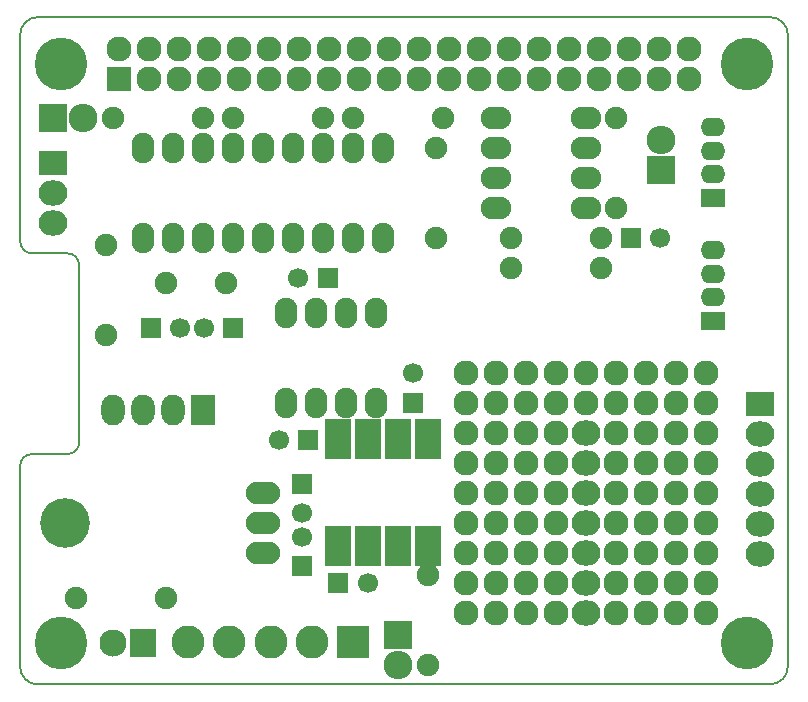
<source format=gbs>
G04 #@! TF.FileFunction,Soldermask,Bot*
%FSLAX46Y46*%
G04 Gerber Fmt 4.6, Leading zero omitted, Abs format (unit mm)*
G04 Created by KiCad (PCBNEW 4.0.2+dfsg1-stable) date Do 04 Mai 2017 16:16:20 CEST*
%MOMM*%
G01*
G04 APERTURE LIST*
%ADD10C,0.100000*%
%ADD11C,0.150000*%
%ADD12C,4.464000*%
%ADD13R,2.127200X2.127200*%
%ADD14O,2.127200X2.127200*%
%ADD15O,1.901140X2.599640*%
%ADD16R,1.700000X1.700000*%
%ADD17C,1.700000*%
%ADD18C,1.900000*%
%ADD19R,2.300000X2.400000*%
%ADD20C,2.300000*%
%ADD21R,2.432000X2.432000*%
%ADD22O,2.432000X2.432000*%
%ADD23O,2.899360X1.901140*%
%ADD24C,4.199840*%
%ADD25R,2.200000X3.400000*%
%ADD26O,2.599640X1.901140*%
%ADD27C,2.127200*%
%ADD28O,2.432000X2.127200*%
%ADD29R,2.432000X2.127200*%
%ADD30R,2.000200X2.597100*%
%ADD31O,2.000200X2.597100*%
%ADD32R,2.099260X1.598880*%
%ADD33O,2.099260X1.598880*%
%ADD34C,2.800000*%
%ADD35R,2.800000X2.800000*%
G04 APERTURE END LIST*
D10*
D11*
X129500000Y-71500000D02*
X191500000Y-71500000D01*
X128000000Y-90500000D02*
X128000000Y-73000000D01*
X128000000Y-90500000D02*
G75*
G03X129000000Y-91500000I1000000J0D01*
G01*
X129000000Y-91500000D02*
X132000000Y-91500000D01*
X133000000Y-92500000D02*
G75*
G03X132000000Y-91500000I-1000000J0D01*
G01*
X133000000Y-107500000D02*
X133000000Y-92500000D01*
X128000000Y-126500000D02*
X128000000Y-109500000D01*
X129000000Y-108500000D02*
X132000000Y-108500000D01*
X132000000Y-108500000D02*
G75*
G03X133000000Y-107500000I0J1000000D01*
G01*
X129000000Y-108500000D02*
G75*
G03X128000000Y-109500000I0J-1000000D01*
G01*
X191500000Y-128000000D02*
X129500000Y-128000000D01*
X193000000Y-73000000D02*
X193000000Y-126500000D01*
X129500000Y-71500000D02*
G75*
G03X128000000Y-73000000I0J-1500000D01*
G01*
X128000000Y-126500000D02*
G75*
G03X129500000Y-128000000I1500000J0D01*
G01*
X191500000Y-128000000D02*
G75*
G03X193000000Y-126500000I0J1500000D01*
G01*
X193000000Y-73000000D02*
G75*
G03X191500000Y-71500000I-1500000J0D01*
G01*
D12*
X131500000Y-124500000D03*
X131500000Y-75500000D03*
X189500000Y-75500000D03*
D13*
X136372600Y-76758800D03*
D14*
X136372600Y-74218800D03*
X138912600Y-76758800D03*
X138912600Y-74218800D03*
X141452600Y-76758800D03*
X141452600Y-74218800D03*
X143992600Y-76758800D03*
X143992600Y-74218800D03*
X146532600Y-76758800D03*
X146532600Y-74218800D03*
X149072600Y-76758800D03*
X149072600Y-74218800D03*
X151612600Y-76758800D03*
X151612600Y-74218800D03*
X154152600Y-76758800D03*
X154152600Y-74218800D03*
X156692600Y-76758800D03*
X156692600Y-74218800D03*
X159232600Y-76758800D03*
X159232600Y-74218800D03*
X161772600Y-76758800D03*
X161772600Y-74218800D03*
X164312600Y-76758800D03*
X164312600Y-74218800D03*
X166852600Y-76758800D03*
X166852600Y-74218800D03*
X169392600Y-76758800D03*
X169392600Y-74218800D03*
X171932600Y-76758800D03*
X171932600Y-74218800D03*
X174472600Y-76758800D03*
X174472600Y-74218800D03*
X177012600Y-76758800D03*
X177012600Y-74218800D03*
X179552600Y-76758800D03*
X179552600Y-74218800D03*
X182092600Y-76758800D03*
X182092600Y-74218800D03*
X184632600Y-76758800D03*
X184632600Y-74218800D03*
D15*
X150495000Y-96520000D03*
X153035000Y-96520000D03*
X155575000Y-96520000D03*
X158115000Y-96520000D03*
X158115000Y-104140000D03*
X155575000Y-104140000D03*
X153035000Y-104140000D03*
X150495000Y-104140000D03*
D16*
X161290000Y-104140000D03*
D17*
X161290000Y-101640000D03*
D18*
X146050000Y-80010000D03*
X153670000Y-80010000D03*
D16*
X146050000Y-97790000D03*
D17*
X143550000Y-97790000D03*
D16*
X139065000Y-97790000D03*
D17*
X141565000Y-97790000D03*
D16*
X179705000Y-90170000D03*
D17*
X182205000Y-90170000D03*
D18*
X163830000Y-80010000D03*
X156210000Y-80010000D03*
X135255000Y-90805000D03*
X135255000Y-98425000D03*
D16*
X154051000Y-93573600D03*
D17*
X151551000Y-93573600D03*
D18*
X135890000Y-80010000D03*
X143510000Y-80010000D03*
D12*
X189500000Y-124500000D03*
D16*
X151892000Y-110998000D03*
D17*
X151892000Y-113498000D03*
D16*
X151892000Y-117983000D03*
D17*
X151892000Y-115483000D03*
D19*
X138430000Y-124460000D03*
D20*
X135890000Y-124460000D03*
D21*
X160020000Y-123825000D03*
D22*
X160020000Y-126365000D03*
D18*
X132715000Y-120650000D03*
X140335000Y-120650000D03*
D23*
X148590000Y-114300000D03*
X148590000Y-111760000D03*
X148590000Y-116840000D03*
D24*
X131826000Y-114300000D03*
D25*
X154940000Y-107260000D03*
X157480000Y-107260000D03*
X160020000Y-107260000D03*
X162560000Y-107260000D03*
X162560000Y-116260000D03*
X160020000Y-116260000D03*
X157480000Y-116260000D03*
X154940000Y-116260000D03*
D18*
X145415000Y-93980000D03*
X140335000Y-93980000D03*
D15*
X158750000Y-90170000D03*
X156210000Y-90170000D03*
X153670000Y-90170000D03*
X151130000Y-90170000D03*
X148590000Y-90170000D03*
X146050000Y-90170000D03*
X143510000Y-90170000D03*
X140970000Y-90170000D03*
X138430000Y-90170000D03*
X138430000Y-82550000D03*
X140970000Y-82550000D03*
X143510000Y-82550000D03*
X146050000Y-82550000D03*
X148590000Y-82550000D03*
X151130000Y-82550000D03*
X153670000Y-82550000D03*
X156210000Y-82550000D03*
X158750000Y-82550000D03*
D26*
X168275000Y-87630000D03*
X168275000Y-85090000D03*
X168275000Y-82550000D03*
X168275000Y-80010000D03*
X175895000Y-80010000D03*
X175895000Y-82550000D03*
X175895000Y-85090000D03*
X175895000Y-87630000D03*
D18*
X162560000Y-126365000D03*
X162560000Y-118745000D03*
D27*
X175895000Y-104140000D03*
D28*
X175895000Y-106680000D03*
X175895000Y-109220000D03*
X175895000Y-111760000D03*
X175895000Y-114300000D03*
X175895000Y-116840000D03*
X175895000Y-119380000D03*
X175895000Y-121920000D03*
D27*
X180975000Y-104140000D03*
D14*
X178435000Y-104140000D03*
X180975000Y-106680000D03*
X178435000Y-106680000D03*
X180975000Y-109220000D03*
X178435000Y-109220000D03*
X180975000Y-111760000D03*
X178435000Y-111760000D03*
X180975000Y-114300000D03*
X178435000Y-114300000D03*
X180975000Y-116840000D03*
X178435000Y-116840000D03*
X180975000Y-119380000D03*
X178435000Y-119380000D03*
X180975000Y-121920000D03*
X178435000Y-121920000D03*
D27*
X186055000Y-104140000D03*
D14*
X183515000Y-104140000D03*
X186055000Y-106680000D03*
X183515000Y-106680000D03*
X186055000Y-109220000D03*
X183515000Y-109220000D03*
X186055000Y-111760000D03*
X183515000Y-111760000D03*
X186055000Y-114300000D03*
X183515000Y-114300000D03*
X186055000Y-116840000D03*
X183515000Y-116840000D03*
X186055000Y-119380000D03*
X183515000Y-119380000D03*
X186055000Y-121920000D03*
X183515000Y-121920000D03*
D29*
X190627000Y-104267000D03*
D28*
X190627000Y-106807000D03*
X190627000Y-109347000D03*
X190627000Y-111887000D03*
X190627000Y-114427000D03*
X190627000Y-116967000D03*
D18*
X163195000Y-82550000D03*
X163195000Y-90170000D03*
X177165000Y-92710000D03*
X169545000Y-92710000D03*
X178435000Y-87630000D03*
X178435000Y-80010000D03*
X177165000Y-90170000D03*
X169545000Y-90170000D03*
D27*
X168275000Y-104140000D03*
D14*
X165735000Y-104140000D03*
X168275000Y-106680000D03*
X165735000Y-106680000D03*
X168275000Y-109220000D03*
X165735000Y-109220000D03*
X168275000Y-111760000D03*
X165735000Y-111760000D03*
X168275000Y-114300000D03*
X165735000Y-114300000D03*
X168275000Y-116840000D03*
X165735000Y-116840000D03*
X168275000Y-119380000D03*
X165735000Y-119380000D03*
X168275000Y-121920000D03*
X165735000Y-121920000D03*
D27*
X173355000Y-104140000D03*
D14*
X170815000Y-104140000D03*
X173355000Y-106680000D03*
X170815000Y-106680000D03*
X173355000Y-109220000D03*
X170815000Y-109220000D03*
X173355000Y-111760000D03*
X170815000Y-111760000D03*
X173355000Y-114300000D03*
X170815000Y-114300000D03*
X173355000Y-116840000D03*
X170815000Y-116840000D03*
X173355000Y-119380000D03*
X170815000Y-119380000D03*
X173355000Y-121920000D03*
X170815000Y-121920000D03*
D21*
X130810000Y-80010000D03*
D22*
X133350000Y-80010000D03*
D16*
X152400000Y-107315000D03*
D17*
X149900000Y-107315000D03*
D16*
X154940000Y-119380000D03*
D17*
X157440000Y-119380000D03*
D30*
X143510000Y-104775000D03*
D31*
X140970000Y-104775000D03*
X138430000Y-104775000D03*
X135890000Y-104775000D03*
D32*
X186690000Y-86819740D03*
D33*
X186690000Y-84820760D03*
X186690000Y-82819240D03*
X186690000Y-80820260D03*
D27*
X165735000Y-101600000D03*
X168275000Y-101600000D03*
X170815000Y-101600000D03*
X173355000Y-101600000D03*
D14*
X175895000Y-101600000D03*
X178435000Y-101600000D03*
D27*
X180975000Y-101600000D03*
D14*
X183515000Y-101600000D03*
D27*
X186055000Y-101600000D03*
D32*
X186690000Y-97233740D03*
D33*
X186690000Y-95234760D03*
X186690000Y-93233240D03*
X186690000Y-91234260D03*
D21*
X182245000Y-84455000D03*
D22*
X182245000Y-81915000D03*
D29*
X130810000Y-83820000D03*
D28*
X130810000Y-86360000D03*
X130810000Y-88900000D03*
D34*
X152725000Y-124395000D03*
D35*
X156225000Y-124395000D03*
D34*
X149225000Y-124395000D03*
X145725000Y-124395000D03*
X142225000Y-124395000D03*
M02*

</source>
